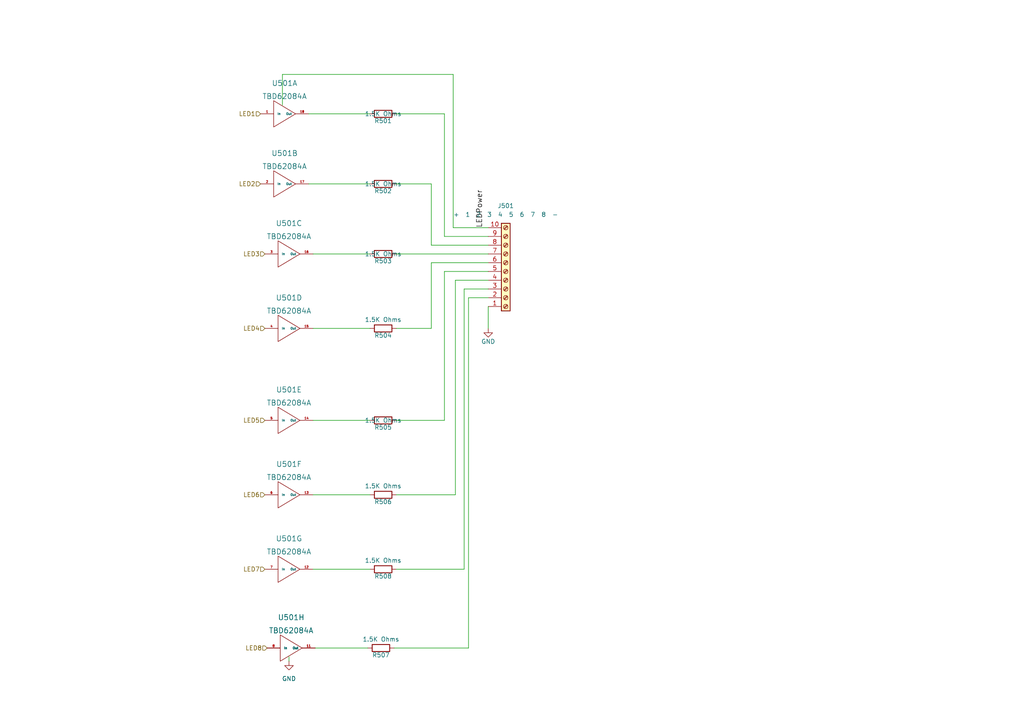
<source format=kicad_sch>
(kicad_sch (version 20211123) (generator eeschema)
  (paper "A4")
  (lib_symbols
    (symbol "Connector:Screw_Terminal_01x10" (pin_names (offset 1.016) hide)
      (property "Reference" "J" (at 0 12.7 0))
      (property "Value" "Screw_Terminal_01x10" (at 0 -15.24 0))
      (symbol "Screw_Terminal_01x10_1_1"
        (rectangle (start -1.27 11.43) (end 1.27 -13.97) (stroke (width 0.254)) (fill (type background)))
        (circle (center 0 -12.7) (radius 0.635) (stroke (width 0.1524)))
        (circle (center 0 -10.16) (radius 0.635) (stroke (width 0.1524)))
        (circle (center 0 -7.62) (radius 0.635) (stroke (width 0.1524)))
        (circle (center 0 -5.08) (radius 0.635) (stroke (width 0.1524)))
        (circle (center 0 -2.54) (radius 0.635) (stroke (width 0.1524)))
        (polyline (pts (xy -0.5334 -12.3698) (xy 0.3302 -13.208)) (stroke (width 0.1524)))
        (polyline (pts (xy -0.5334 -9.8298) (xy 0.3302 -10.668)) (stroke (width 0.1524)))
        (polyline (pts (xy -0.5334 -7.2898) (xy 0.3302 -8.128)) (stroke (width 0.1524)))
        (polyline (pts (xy -0.5334 -4.7498) (xy 0.3302 -5.588)) (stroke (width 0.1524)))
        (polyline (pts (xy -0.5334 -2.2098) (xy 0.3302 -3.048)) (stroke (width 0.1524)))
        (polyline (pts (xy -0.5334 0.3302) (xy 0.3302 -0.508)) (stroke (width 0.1524)))
        (polyline (pts (xy -0.5334 2.8702) (xy 0.3302 2.032)) (stroke (width 0.1524)))
        (polyline (pts (xy -0.5334 5.4102) (xy 0.3302 4.572)) (stroke (width 0.1524)))
        (polyline (pts (xy -0.5334 7.9502) (xy 0.3302 7.112)) (stroke (width 0.1524)))
        (polyline (pts (xy -0.5334 10.4902) (xy 0.3302 9.652)) (stroke (width 0.1524)))
        (polyline (pts (xy -0.3556 -12.192) (xy 0.508 -13.0302)) (stroke (width 0.1524)))
        (polyline (pts (xy -0.3556 -9.652) (xy 0.508 -10.4902)) (stroke (width 0.1524)))
        (polyline (pts (xy -0.3556 -7.112) (xy 0.508 -7.9502)) (stroke (width 0.1524)))
        (polyline (pts (xy -0.3556 -4.572) (xy 0.508 -5.4102)) (stroke (width 0.1524)))
        (polyline (pts (xy -0.3556 -2.032) (xy 0.508 -2.8702)) (stroke (width 0.1524)))
        (polyline (pts (xy -0.3556 0.508) (xy 0.508 -0.3302)) (stroke (width 0.1524)))
        (polyline (pts (xy -0.3556 3.048) (xy 0.508 2.2098)) (stroke (width 0.1524)))
        (polyline (pts (xy -0.3556 5.588) (xy 0.508 4.7498)) (stroke (width 0.1524)))
        (polyline (pts (xy -0.3556 8.128) (xy 0.508 7.2898)) (stroke (width 0.1524)))
        (polyline (pts (xy -0.3556 10.668) (xy 0.508 9.8298)) (stroke (width 0.1524)))
        (circle (center 0 0) (radius 0.635) (stroke (width 0.1524)))
        (circle (center 0 2.54) (radius 0.635) (stroke (width 0.1524)))
        (circle (center 0 5.08) (radius 0.635) (stroke (width 0.1524)))
        (circle (center 0 7.62) (radius 0.635) (stroke (width 0.1524)))
        (circle (center 0 10.16) (radius 0.635) (stroke (width 0.1524)))
        (pin passive line (at -5.08 10.16 0) (length 3.81) (name "Pin_1") (number "1"))
        (pin passive line (at -5.08 -12.7 0) (length 3.81) (name "Pin_10") (number "10"))
        (pin passive line (at -5.08 7.62 0) (length 3.81) (name "Pin_2") (number "2"))
        (pin passive line (at -5.08 5.08 0) (length 3.81) (name "Pin_3") (number "3"))
        (pin passive line (at -5.08 2.54 0) (length 3.81) (name "Pin_4") (number "4"))
        (pin passive line (at -5.08 0 0) (length 3.81) (name "Pin_5") (number "5"))
        (pin passive line (at -5.08 -2.54 0) (length 3.81) (name "Pin_6") (number "6"))
        (pin passive line (at -5.08 -5.08 0) (length 3.81) (name "Pin_7") (number "7"))
        (pin passive line (at -5.08 -7.62 0) (length 3.81) (name "Pin_8") (number "8"))
        (pin passive line (at -5.08 -10.16 0) (length 3.81) (name "Pin_9") (number "9"))
      )
    )
    (symbol "ESP32-T7S3-MultiFunctionUniversalTurnout-rescue:GND" (power) (pin_names (offset 0))
      (property "Value" "GND" (at 0 -3.81 0))
      (symbol "GND_0_1"
        (polyline (pts (xy 0 0) (xy 0 -1.27) (xy 1.27 -1.27) (xy 0 -2.54) (xy -1.27 -1.27) (xy 0 -1.27)))
      )
      (symbol "GND_1_1"
        (pin power_in line (at 0 0 270) (length 0) hide (name "GND") (number "1"))
      )
    )
    (symbol "ESP32-T7S3-MultiFunctionUniversalTurnout-rescue:R" (pin_numbers hide) (pin_names (offset 0))
      (property "Reference" "R" (at 2.032 0 90))
      (property "Value" "R" (at 0 0 90))
      (symbol "R_0_1"
        (rectangle (start -1.016 -2.54) (end 1.016 2.54) (stroke (width 0.254)))
      )
      (symbol "R_1_1"
        (pin passive line (at 0 3.81 270) (length 1.27) (name "~") (number "1"))
        (pin passive line (at 0 -3.81 90) (length 1.27) (name "~") (number "2"))
      )
    )
    (symbol "tbd62x83a:TBD62083A" (pin_names (offset 1.016))
      (property "Reference" "U" (at 2.54 -3.81 0))
      (property "Value" "TBD62083A" (at 6.35 2.54 0))
      (symbol "TBD62083A_0_1"
        (polyline (pts (xy -2.54 3.81) (xy 3.81 0) (xy -2.54 -3.81) (xy -2.54 3.81)))
        (pin unspecified line (at 0 2.54 0) (length 0) hide (name "OC") (number "10"))
        (pin unspecified line (at 0 -2.54 0) (length 0) hide (name "IC") (number "9"))
      )
      (symbol "TBD62083A_1_1"
        (pin input line (at -6.35 0 0) (length 3.81) (name "In") (number "1"))
        (pin output line (at 7.62 0 180) (length 3.81) (name "Out") (number "18"))
      )
      (symbol "TBD62083A_2_1"
        (pin output line (at 7.62 0 180) (length 3.81) (name "Out") (number "17"))
        (pin input line (at -6.35 0 0) (length 3.81) (name "In") (number "2"))
      )
      (symbol "TBD62083A_3_1"
        (pin output line (at 7.62 0 180) (length 3.81) (name "Out") (number "16"))
        (pin input line (at -6.35 0 0) (length 3.81) (name "In") (number "3"))
      )
      (symbol "TBD62083A_4_1"
        (pin output line (at 7.62 0 180) (length 3.81) (name "Out") (number "15"))
        (pin input line (at -6.35 0 0) (length 3.81) (name "In") (number "4"))
      )
      (symbol "TBD62083A_5_1"
        (pin output line (at 7.62 0 180) (length 3.81) (name "Out") (number "14"))
        (pin input line (at -6.35 0 0) (length 3.81) (name "In") (number "5"))
      )
      (symbol "TBD62083A_6_1"
        (pin output line (at 7.62 0 180) (length 3.81) (name "Out") (number "13"))
        (pin input line (at -6.35 0 0) (length 3.81) (name "In") (number "6"))
      )
      (symbol "TBD62083A_7_1"
        (pin output line (at 7.62 0 180) (length 3.81) (name "Out") (number "12"))
        (pin input line (at -6.35 0 0) (length 3.81) (name "In") (number "7"))
      )
      (symbol "TBD62083A_8_1"
        (pin output line (at 7.62 0 180) (length 3.81) (name "Out") (number "11"))
        (pin input line (at -6.35 0 0) (length 3.81) (name "In") (number "8"))
      )
    )
  )
  (wire (pts (xy 128.905 33.02) (xy 128.905 68.58)))
  (wire (pts (xy 141.605 86.36) (xy 135.89 86.36)))
  (wire (pts (xy 132.08 81.28) (xy 141.605 81.28)))
  (wire (pts (xy 134.62 165.1) (xy 134.62 83.82)))
  (wire (pts (xy 114.935 121.92) (xy 128.905 121.92)))
  (wire (pts (xy 107.315 73.66) (xy 90.805 73.66)))
  (wire (pts (xy 128.905 78.74) (xy 141.605 78.74)))
  (wire (pts (xy 125.095 71.12) (xy 141.605 71.12)))
  (wire (pts (xy 135.89 187.96) (xy 114.3 187.96)))
  (wire (pts (xy 81.915 21.59) (xy 81.915 30.48)))
  (wire (pts (xy 132.08 143.51) (xy 132.08 81.28)))
  (wire (pts (xy 107.315 121.92) (xy 90.805 121.92)))
  (wire (pts (xy 91.44 187.96) (xy 106.68 187.96)))
  (wire (pts (xy 128.905 68.58) (xy 141.605 68.58)))
  (wire (pts (xy 107.315 53.34) (xy 89.535 53.34)))
  (wire (pts (xy 114.935 73.66) (xy 141.605 73.66)))
  (wire (pts (xy 114.935 143.51) (xy 132.08 143.51)))
  (wire (pts (xy 125.095 76.2) (xy 125.095 95.25)))
  (wire (pts (xy 90.805 165.1) (xy 107.315 165.1)))
  (wire (pts (xy 114.935 53.34) (xy 125.095 53.34)))
  (wire (pts (xy 125.095 95.25) (xy 114.935 95.25)))
  (wire (pts (xy 141.605 76.2) (xy 125.095 76.2)))
  (wire (pts (xy 135.89 86.36) (xy 135.89 187.96)))
  (wire (pts (xy 81.915 21.59) (xy 131.445 21.59)))
  (wire (pts (xy 125.095 53.34) (xy 125.095 71.12)))
  (wire (pts (xy 114.935 33.02) (xy 128.905 33.02)))
  (wire (pts (xy 128.905 121.92) (xy 128.905 78.74)))
  (wire (pts (xy 131.445 21.59) (xy 131.445 66.04)))
  (wire (pts (xy 114.935 165.1) (xy 134.62 165.1)))
  (wire (pts (xy 83.82 190.5) (xy 83.82 191.77)))
  (wire (pts (xy 134.62 83.82) (xy 141.605 83.82)))
  (wire (pts (xy 107.315 143.51) (xy 90.805 143.51)))
  (wire (pts (xy 107.315 33.02) (xy 89.535 33.02)))
  (wire (pts (xy 107.315 95.25) (xy 90.805 95.25)))
  (wire (pts (xy 141.605 88.9) (xy 141.605 95.25)))
  (wire (pts (xy 131.445 66.04) (xy 141.605 66.04)))
  (label "LEDPower" (at 140.335 66.04 90) (effects (font (size 1.524 1.524))))
  (hierarchical_label "LED6" (shape input) (at 76.835 143.51 180))
  (hierarchical_label "LED3" (shape input) (at 76.835 73.66 180))
  (hierarchical_label "LED5" (shape input) (at 76.835 121.92 180))
  (hierarchical_label "LED1" (shape input) (at 75.565 33.02 180))
  (hierarchical_label "LED8" (shape input) (at 77.47 187.96 180))
  (hierarchical_label "LED2" (shape input) (at 75.565 53.34 180))
  (hierarchical_label "LED4" (shape input) (at 76.835 95.25 180))
  (hierarchical_label "LED7" (shape input) (at 76.835 165.1 180))
  (symbol (lib_id "ESP32-T7S3-MultiFunctionUniversalTurnout-rescue:R") (at 111.125 95.25 270) (unit 1)
    (property "Reference" "R504" (at 111.125 97.282 90))
    (property "Value" "1.5K Ohms" (at 111.125 92.71 90))
    (property "Footprint" "Resistor_THT:R_Axial_DIN0204_L3.6mm_D1.6mm_P7.62mm_Horizontal" (effects hide))
    (property "Mouser Part Number" "603-CFR-25JR-52-1K5" (effects hide))
  )
  (symbol (lib_id "ESP32-T7S3-MultiFunctionUniversalTurnout-rescue:R") (at 111.125 143.51 270) (unit 1)
    (property "Reference" "R506" (at 111.125 145.542 90))
    (property "Value" "1.5K Ohms" (at 111.125 140.97 90))
    (property "Footprint" "Resistor_THT:R_Axial_DIN0204_L3.6mm_D1.6mm_P7.62mm_Horizontal" (effects hide))
    (property "Mouser Part Number" "603-CFR-25JR-52-1K5" (effects hide))
  )
  (symbol (lib_id "tbd62x83a:TBD62083A") (at 81.915 53.34 0) (unit 2)
    (property "Reference" "U501" (at 82.55 44.45 0) (effects (font (size 1.524 1.524))))
    (property "Value" "TBD62084A" (at 82.55 48.26 0) (effects (font (size 1.524 1.524))))
    (property "Footprint" "Package_DIP:DIP-18_W7.62mm" (effects hide))
  )
  (symbol (lib_id "tbd62x83a:TBD62083A") (at 83.185 95.25 0) (unit 4)
    (property "Reference" "U501" (at 83.82 86.36 0) (effects (font (size 1.524 1.524))))
    (property "Value" "TBD62084A" (at 83.82 90.17 0) (effects (font (size 1.524 1.524))))
    (property "Footprint" "Package_DIP:DIP-18_W7.62mm" (effects hide))
  )
  (symbol (lib_id "tbd62x83a:TBD62083A") (at 83.185 165.1 0) (unit 7)
    (property "Reference" "U501" (at 83.82 156.21 0) (effects (font (size 1.524 1.524))))
    (property "Value" "TBD62084A" (at 83.82 160.02 0) (effects (font (size 1.524 1.524))))
    (property "Footprint" "Package_DIP:DIP-18_W7.62mm" (effects hide))
  )
  (symbol (lib_id "ESP32-T7S3-MultiFunctionUniversalTurnout-rescue:R") (at 111.125 73.66 270) (unit 1)
    (property "Reference" "R503" (at 111.125 75.692 90))
    (property "Value" "1.5K Ohms" (at 111.125 73.66 90))
    (property "Footprint" "Resistor_THT:R_Axial_DIN0204_L3.6mm_D1.6mm_P7.62mm_Horizontal" (effects hide))
    (property "Mouser Part Number" "603-CFR-25JR-52-1K5" (effects hide))
  )
  (symbol (lib_id "ESP32-T7S3-MultiFunctionUniversalTurnout-rescue:R") (at 110.49 187.96 270) (unit 1)
    (property "Reference" "R507" (at 110.49 189.992 90))
    (property "Value" "1.5K Ohms" (at 110.49 185.42 90))
    (property "Footprint" "Resistor_THT:R_Axial_DIN0204_L3.6mm_D1.6mm_P7.62mm_Horizontal" (effects hide))
    (property "Mouser Part Number" "603-CFR-25JR-52-1K5" (effects hide))
  )
  (symbol (lib_id "tbd62x83a:TBD62083A") (at 81.915 33.02 0) (unit 1)
    (property "Reference" "U501" (at 82.55 24.13 0) (effects (font (size 1.524 1.524))))
    (property "Value" "TBD62084A" (at 82.55 27.94 0) (effects (font (size 1.524 1.524))))
    (property "Footprint" "Package_DIP:DIP-18_W7.62mm" (effects hide))
    (property "Mouser Part Number" "757-TBD62084APG" (effects hide))
  )
  (symbol (lib_id "tbd62x83a:TBD62083A") (at 83.185 73.66 0) (unit 3)
    (property "Reference" "U501" (at 83.82 64.77 0) (effects (font (size 1.524 1.524))))
    (property "Value" "TBD62084A" (at 83.82 68.58 0) (effects (font (size 1.524 1.524))))
    (property "Footprint" "Package_DIP:DIP-18_W7.62mm" (effects hide))
  )
  (symbol (lib_id "ESP32-T7S3-MultiFunctionUniversalTurnout-rescue:GND") (at 141.605 95.25 0) (unit 1)
    (property "Reference" "#PWR0504" (effects hide))
    (property "Value" "GND" (at 141.605 99.06 0))
  )
  (symbol (lib_id "ESP32-T7S3-MultiFunctionUniversalTurnout-rescue:GND") (at 83.82 191.77 0) (unit 1)
    (property "Reference" "#PWR0103" (effects hide))
    (property "Value" "GND" (at 83.82 196.85 0))
  )
  (symbol (lib_id "ESP32-T7S3-MultiFunctionUniversalTurnout-rescue:R") (at 111.125 165.1 270) (unit 1)
    (property "Reference" "R508" (at 111.125 167.132 90))
    (property "Value" "1.5K Ohms" (at 111.125 162.56 90))
    (property "Footprint" "Resistor_THT:R_Axial_DIN0204_L3.6mm_D1.6mm_P7.62mm_Horizontal" (effects hide))
    (property "Mouser Part Number" "603-CFR-25JR-52-1K5" (effects hide))
  )
  (symbol (lib_id "ESP32-T7S3-MultiFunctionUniversalTurnout-rescue:R") (at 111.125 33.02 270) (unit 1)
    (property "Reference" "R501" (at 111.125 35.052 90))
    (property "Value" "1.5K Ohms" (at 111.125 33.02 90))
    (property "Footprint" "Resistor_THT:R_Axial_DIN0204_L3.6mm_D1.6mm_P7.62mm_Horizontal" (effects hide))
    (property "Mouser Part Number" "603-CFR-25JR-52-1K5" (effects hide))
  )
  (symbol (lib_id "tbd62x83a:TBD62083A") (at 83.185 121.92 0) (unit 5)
    (property "Reference" "U501" (at 83.82 113.03 0) (effects (font (size 1.524 1.524))))
    (property "Value" "TBD62084A" (at 83.82 116.84 0) (effects (font (size 1.524 1.524))))
    (property "Footprint" "Package_DIP:DIP-18_W7.62mm" (effects hide))
  )
  (symbol (lib_id "ESP32-T7S3-MultiFunctionUniversalTurnout-rescue:R") (at 111.125 53.34 270) (unit 1)
    (property "Reference" "R502" (at 111.125 55.372 90))
    (property "Value" "1.5K Ohms" (at 111.125 53.34 90))
    (property "Footprint" "Resistor_THT:R_Axial_DIN0204_L3.6mm_D1.6mm_P7.62mm_Horizontal" (effects hide))
    (property "Mouser Part Number" "603-CFR-25JR-52-1K5" (effects hide))
  )
  (symbol (lib_id "tbd62x83a:TBD62083A") (at 83.185 143.51 0) (unit 6)
    (property "Reference" "U501" (at 83.82 134.62 0) (effects (font (size 1.524 1.524))))
    (property "Value" "TBD62084A" (at 83.82 138.43 0) (effects (font (size 1.524 1.524))))
    (property "Footprint" "Package_DIP:DIP-18_W7.62mm" (effects hide))
  )
  (symbol (lib_id "tbd62x83a:TBD62083A") (at 83.82 187.96 0) (unit 8)
    (property "Reference" "U501" (at 84.455 179.07 0) (effects (font (size 1.524 1.524))))
    (property "Value" "TBD62084A" (at 84.455 182.88 0) (effects (font (size 1.524 1.524))))
    (property "Footprint" "Package_DIP:DIP-18_W7.62mm" (effects hide))
  )
  (symbol (lib_id "Connector:Screw_Terminal_01x10") (at 146.685 78.74 0) (mirror x) (unit 1)
    (property "Reference" "J501" (at 146.685 59.69 0))
    (property "Value" "+  1  2  3  4  5  6  7  8  -" (at 146.685 62.23 0))
    (property "Footprint" "TerminalBlock_Phoenix:TerminalBlock_Phoenix_MPT-0,5-10-2.54_1x10_P2.54mm_Horizontal" (effects hide))
  )
  (symbol (lib_id "ESP32-T7S3-MultiFunctionUniversalTurnout-rescue:R") (at 111.125 121.92 270) (unit 1)
    (property "Reference" "R505" (at 111.125 123.952 90))
    (property "Value" "1.5K Ohms" (at 111.125 121.92 90))
    (property "Footprint" "Resistor_THT:R_Axial_DIN0204_L3.6mm_D1.6mm_P7.62mm_Horizontal" (effects hide))
    (property "Mouser Part Number" "603-CFR-25JR-52-1K5" (effects hide))
  )
)
</source>
